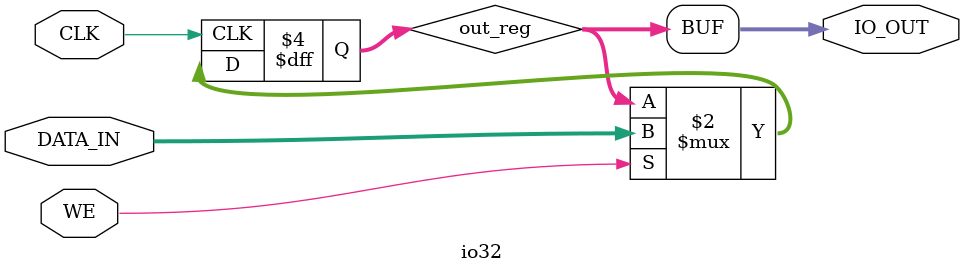
<source format=sv>
module io32(   input         CLK,
               input         WE,
               input  [31:0] DATA_IN,
               output [31:0] IO_OUT );

logic [31:0] out_reg;

always_ff @(posedge CLK)
   if(WE) out_reg <= DATA_IN;

assign IO_OUT = out_reg;

endmodule

</source>
